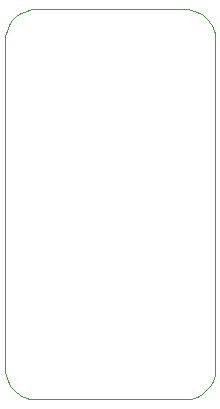
<source format=gko>
G04*
G04 #@! TF.GenerationSoftware,Altium Limited,Altium Designer,22.5.1 (42)*
G04*
G04 Layer_Color=16711935*
%FSLAX25Y25*%
%MOIN*%
G70*
G04*
G04 #@! TF.SameCoordinates,C3C7CF66-0B5B-4541-851D-C3C27CC74C65*
G04*
G04*
G04 #@! TF.FilePolarity,Positive*
G04*
G01*
G75*
%ADD14C,0.00000*%
D14*
X70000Y120000D02*
X69952Y120980D01*
X69808Y121951D01*
X69569Y122903D01*
X69239Y123827D01*
X68819Y124714D01*
X68315Y125556D01*
X67730Y126344D01*
X67071Y127071D01*
X66344Y127730D01*
X65556Y128315D01*
X64714Y128819D01*
X63827Y129239D01*
X62903Y129569D01*
X61951Y129808D01*
X60980Y129952D01*
X60000Y130000D01*
Y0D02*
X60980Y48D01*
X61951Y192D01*
X62903Y431D01*
X63827Y761D01*
X64714Y1181D01*
X65556Y1685D01*
X66344Y2270D01*
X67071Y2929D01*
X67730Y3656D01*
X68315Y4444D01*
X68819Y5286D01*
X69239Y6173D01*
X69569Y7097D01*
X69808Y8049D01*
X69952Y9020D01*
X70000Y10000D01*
X0D02*
X48Y9020D01*
X192Y8049D01*
X431Y7097D01*
X761Y6173D01*
X1181Y5286D01*
X1685Y4444D01*
X2270Y3656D01*
X2929Y2929D01*
X3656Y2270D01*
X4444Y1685D01*
X5286Y1181D01*
X6173Y761D01*
X7097Y431D01*
X8049Y192D01*
X9020Y48D01*
X10000Y0D01*
Y130000D02*
X9020Y129952D01*
X8049Y129808D01*
X7097Y129569D01*
X6173Y129239D01*
X5286Y128819D01*
X4444Y128315D01*
X3656Y127730D01*
X2929Y127071D01*
X2270Y126344D01*
X1685Y125556D01*
X1181Y124714D01*
X761Y123827D01*
X431Y122903D01*
X192Y121951D01*
X48Y120980D01*
X0Y120000D01*
X10000Y130000D02*
X60000D01*
X70000Y10000D02*
Y120000D01*
X10000Y0D02*
X60000D01*
X0Y10000D02*
Y120000D01*
M02*

</source>
